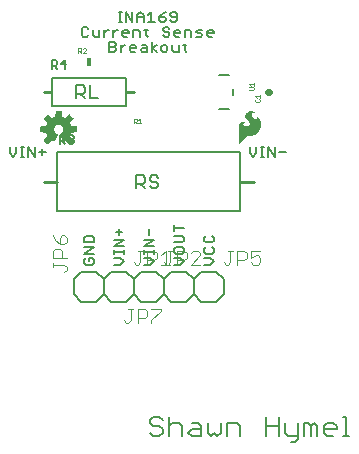
<source format=gbr>
G04 EAGLE Gerber RS-274X export*
G75*
%MOMM*%
%FSLAX34Y34*%
%LPD*%
%INSilkscreen Top*%
%IPPOS*%
%AMOC8*
5,1,8,0,0,1.08239X$1,22.5*%
G01*
%ADD10C,0.203200*%
%ADD11C,0.152400*%
%ADD12C,0.254000*%
%ADD13C,0.025400*%
%ADD14C,0.101600*%
%ADD15C,0.558800*%
%ADD16C,0.127000*%
%ADD17R,0.457200X0.762000*%

G36*
X60120Y133496D02*
X60120Y133496D01*
X60228Y133506D01*
X60241Y133512D01*
X60255Y133514D01*
X60352Y133562D01*
X60451Y133607D01*
X60464Y133618D01*
X60473Y133622D01*
X60488Y133638D01*
X60565Y133700D01*
X63150Y136285D01*
X63213Y136374D01*
X63279Y136459D01*
X63284Y136472D01*
X63292Y136484D01*
X63323Y136587D01*
X63359Y136690D01*
X63359Y136704D01*
X63363Y136717D01*
X63359Y136825D01*
X63360Y136934D01*
X63355Y136947D01*
X63355Y136961D01*
X63317Y137063D01*
X63282Y137165D01*
X63273Y137180D01*
X63269Y137189D01*
X63255Y137206D01*
X63201Y137288D01*
X60437Y140678D01*
X60994Y141760D01*
X61000Y141780D01*
X61042Y141875D01*
X61413Y143034D01*
X65764Y143477D01*
X65868Y143505D01*
X65974Y143530D01*
X65986Y143537D01*
X65999Y143540D01*
X66089Y143601D01*
X66182Y143658D01*
X66190Y143669D01*
X66202Y143677D01*
X66268Y143763D01*
X66337Y143847D01*
X66341Y143860D01*
X66350Y143871D01*
X66384Y143974D01*
X66423Y144075D01*
X66424Y144093D01*
X66428Y144102D01*
X66428Y144124D01*
X66437Y144222D01*
X66437Y147878D01*
X66420Y147985D01*
X66406Y148093D01*
X66400Y148105D01*
X66398Y148119D01*
X66346Y148215D01*
X66299Y148312D01*
X66289Y148322D01*
X66283Y148334D01*
X66203Y148408D01*
X66127Y148485D01*
X66115Y148491D01*
X66105Y148501D01*
X66006Y148546D01*
X65909Y148594D01*
X65891Y148598D01*
X65882Y148602D01*
X65861Y148604D01*
X65764Y148623D01*
X61413Y149066D01*
X61042Y150225D01*
X61033Y150242D01*
X61031Y150250D01*
X61027Y150257D01*
X60994Y150340D01*
X60437Y151422D01*
X63201Y154812D01*
X63255Y154906D01*
X63312Y154998D01*
X63315Y155011D01*
X63322Y155023D01*
X63343Y155130D01*
X63368Y155235D01*
X63366Y155249D01*
X63369Y155263D01*
X63354Y155370D01*
X63344Y155478D01*
X63338Y155491D01*
X63336Y155505D01*
X63288Y155602D01*
X63243Y155701D01*
X63232Y155714D01*
X63228Y155723D01*
X63212Y155738D01*
X63150Y155815D01*
X60565Y158400D01*
X60476Y158463D01*
X60391Y158529D01*
X60378Y158534D01*
X60366Y158542D01*
X60263Y158573D01*
X60160Y158609D01*
X60146Y158609D01*
X60133Y158613D01*
X60025Y158609D01*
X59916Y158610D01*
X59903Y158605D01*
X59889Y158605D01*
X59787Y158567D01*
X59685Y158532D01*
X59670Y158523D01*
X59661Y158519D01*
X59644Y158505D01*
X59562Y158451D01*
X56172Y155687D01*
X55090Y156244D01*
X55070Y156250D01*
X54975Y156292D01*
X53816Y156663D01*
X53373Y161014D01*
X53345Y161118D01*
X53320Y161224D01*
X53313Y161236D01*
X53310Y161249D01*
X53249Y161339D01*
X53192Y161432D01*
X53181Y161440D01*
X53173Y161452D01*
X53087Y161518D01*
X53003Y161587D01*
X52990Y161591D01*
X52979Y161600D01*
X52876Y161634D01*
X52775Y161673D01*
X52757Y161674D01*
X52748Y161678D01*
X52726Y161678D01*
X52628Y161687D01*
X48972Y161687D01*
X48865Y161670D01*
X48757Y161656D01*
X48745Y161650D01*
X48731Y161648D01*
X48635Y161596D01*
X48538Y161549D01*
X48528Y161539D01*
X48516Y161533D01*
X48442Y161453D01*
X48365Y161377D01*
X48359Y161365D01*
X48349Y161355D01*
X48304Y161256D01*
X48256Y161159D01*
X48252Y161141D01*
X48248Y161132D01*
X48246Y161111D01*
X48227Y161014D01*
X47784Y156663D01*
X46625Y156292D01*
X46607Y156282D01*
X46510Y156244D01*
X45428Y155687D01*
X42038Y158451D01*
X41944Y158505D01*
X41852Y158562D01*
X41839Y158565D01*
X41827Y158572D01*
X41720Y158593D01*
X41615Y158618D01*
X41601Y158616D01*
X41587Y158619D01*
X41480Y158604D01*
X41372Y158594D01*
X41359Y158588D01*
X41346Y158586D01*
X41248Y158538D01*
X41149Y158493D01*
X41136Y158482D01*
X41127Y158478D01*
X41112Y158462D01*
X41035Y158400D01*
X38450Y155815D01*
X38387Y155726D01*
X38321Y155641D01*
X38316Y155628D01*
X38308Y155616D01*
X38277Y155513D01*
X38241Y155410D01*
X38241Y155396D01*
X38237Y155383D01*
X38241Y155275D01*
X38240Y155166D01*
X38245Y155153D01*
X38245Y155139D01*
X38283Y155037D01*
X38318Y154935D01*
X38327Y154920D01*
X38331Y154911D01*
X38345Y154894D01*
X38399Y154812D01*
X41163Y151422D01*
X40606Y150340D01*
X40600Y150320D01*
X40558Y150225D01*
X40187Y149066D01*
X35836Y148623D01*
X35732Y148595D01*
X35626Y148570D01*
X35614Y148563D01*
X35601Y148560D01*
X35511Y148499D01*
X35418Y148442D01*
X35410Y148431D01*
X35398Y148423D01*
X35332Y148337D01*
X35264Y148253D01*
X35259Y148240D01*
X35250Y148229D01*
X35216Y148126D01*
X35177Y148025D01*
X35176Y148007D01*
X35172Y147998D01*
X35173Y147976D01*
X35163Y147878D01*
X35163Y144222D01*
X35180Y144115D01*
X35194Y144007D01*
X35200Y143995D01*
X35202Y143981D01*
X35254Y143885D01*
X35301Y143788D01*
X35311Y143778D01*
X35317Y143766D01*
X35397Y143692D01*
X35473Y143615D01*
X35485Y143609D01*
X35496Y143599D01*
X35594Y143554D01*
X35691Y143506D01*
X35709Y143502D01*
X35718Y143498D01*
X35739Y143496D01*
X35836Y143477D01*
X40187Y143034D01*
X40558Y141875D01*
X40568Y141857D01*
X40606Y141760D01*
X41163Y140678D01*
X38399Y137288D01*
X38345Y137194D01*
X38288Y137102D01*
X38285Y137089D01*
X38278Y137077D01*
X38257Y136970D01*
X38232Y136865D01*
X38234Y136851D01*
X38231Y136837D01*
X38246Y136730D01*
X38256Y136622D01*
X38262Y136609D01*
X38264Y136596D01*
X38312Y136498D01*
X38357Y136399D01*
X38368Y136386D01*
X38372Y136377D01*
X38388Y136362D01*
X38450Y136285D01*
X41035Y133700D01*
X41124Y133637D01*
X41209Y133571D01*
X41222Y133566D01*
X41234Y133558D01*
X41337Y133527D01*
X41440Y133491D01*
X41454Y133491D01*
X41467Y133487D01*
X41575Y133491D01*
X41684Y133490D01*
X41697Y133495D01*
X41711Y133495D01*
X41813Y133533D01*
X41915Y133568D01*
X41930Y133577D01*
X41939Y133581D01*
X41956Y133595D01*
X42038Y133649D01*
X45428Y136413D01*
X46510Y135856D01*
X46563Y135839D01*
X46612Y135813D01*
X46678Y135802D01*
X46742Y135781D01*
X46798Y135782D01*
X46852Y135773D01*
X46919Y135784D01*
X46986Y135785D01*
X47038Y135803D01*
X47093Y135812D01*
X47153Y135844D01*
X47216Y135867D01*
X47259Y135901D01*
X47309Y135927D01*
X47355Y135976D01*
X47407Y136018D01*
X47438Y136065D01*
X47476Y136105D01*
X47532Y136210D01*
X47540Y136223D01*
X47541Y136228D01*
X47545Y136235D01*
X49698Y141432D01*
X49718Y141516D01*
X49723Y141528D01*
X49725Y141544D01*
X49750Y141630D01*
X49749Y141650D01*
X49754Y141670D01*
X49746Y141752D01*
X49747Y141771D01*
X49743Y141791D01*
X49739Y141874D01*
X49732Y141893D01*
X49730Y141913D01*
X49698Y141982D01*
X49692Y142009D01*
X49677Y142033D01*
X49650Y142102D01*
X49637Y142117D01*
X49629Y142135D01*
X49584Y142184D01*
X49564Y142216D01*
X49532Y142242D01*
X49493Y142288D01*
X49472Y142303D01*
X49462Y142313D01*
X49441Y142325D01*
X49378Y142369D01*
X49375Y142371D01*
X49374Y142371D01*
X49372Y142373D01*
X48488Y142868D01*
X47809Y143495D01*
X47295Y144264D01*
X46975Y145132D01*
X46867Y146049D01*
X46980Y146984D01*
X47311Y147865D01*
X47843Y148642D01*
X48544Y149271D01*
X49374Y149714D01*
X50286Y149948D01*
X51228Y149958D01*
X52144Y149744D01*
X52984Y149319D01*
X53698Y148706D01*
X54247Y147941D01*
X54598Y147067D01*
X54731Y146135D01*
X54639Y145198D01*
X54327Y144310D01*
X53812Y143522D01*
X53125Y142878D01*
X52226Y142372D01*
X52186Y142339D01*
X52144Y142317D01*
X52113Y142284D01*
X52065Y142249D01*
X52052Y142232D01*
X52036Y142219D01*
X52001Y142165D01*
X51977Y142139D01*
X51964Y142108D01*
X51922Y142051D01*
X51916Y142031D01*
X51905Y142013D01*
X51887Y141940D01*
X51877Y141917D01*
X51874Y141893D01*
X51851Y141818D01*
X51852Y141797D01*
X51847Y141776D01*
X51854Y141692D01*
X51853Y141674D01*
X51856Y141658D01*
X51859Y141574D01*
X51867Y141548D01*
X51868Y141533D01*
X51878Y141511D01*
X51902Y141432D01*
X52210Y140687D01*
X52211Y140687D01*
X52521Y139938D01*
X52831Y139189D01*
X52831Y139188D01*
X53142Y138440D01*
X53142Y138439D01*
X53452Y137690D01*
X53762Y136941D01*
X53763Y136941D01*
X54055Y136235D01*
X54084Y136188D01*
X54105Y136136D01*
X54148Y136085D01*
X54184Y136028D01*
X54227Y135993D01*
X54263Y135950D01*
X54320Y135916D01*
X54372Y135873D01*
X54424Y135854D01*
X54472Y135825D01*
X54538Y135811D01*
X54601Y135787D01*
X54656Y135785D01*
X54710Y135774D01*
X54777Y135781D01*
X54844Y135779D01*
X54898Y135795D01*
X54953Y135802D01*
X55064Y135846D01*
X55078Y135850D01*
X55082Y135853D01*
X55090Y135856D01*
X56172Y136413D01*
X59562Y133649D01*
X59656Y133595D01*
X59748Y133538D01*
X59761Y133535D01*
X59773Y133528D01*
X59880Y133507D01*
X59985Y133482D01*
X59999Y133484D01*
X60013Y133481D01*
X60120Y133496D01*
G37*
G36*
X203210Y133251D02*
X203210Y133251D01*
X203214Y133249D01*
X203284Y133285D01*
X203294Y133290D01*
X203295Y133291D01*
X208167Y138773D01*
X209021Y139555D01*
X210011Y140144D01*
X210362Y140271D01*
X210730Y140336D01*
X213005Y140336D01*
X213010Y140338D01*
X213016Y140336D01*
X214380Y140460D01*
X214390Y140466D01*
X214402Y140464D01*
X215721Y140832D01*
X215729Y140840D01*
X215742Y140841D01*
X216972Y141441D01*
X216979Y141448D01*
X216990Y141451D01*
X218147Y142268D01*
X218152Y142276D01*
X218161Y142279D01*
X219192Y143251D01*
X219195Y143259D01*
X219201Y143261D01*
X219202Y143263D01*
X219204Y143264D01*
X220089Y144371D01*
X220091Y144381D01*
X220100Y144388D01*
X221047Y146069D01*
X221048Y146080D01*
X221056Y146090D01*
X221684Y147914D01*
X221683Y147925D01*
X221690Y147936D01*
X221978Y149843D01*
X221975Y149854D01*
X221980Y149866D01*
X221978Y149918D01*
X221970Y150170D01*
X221966Y150296D01*
X221966Y150297D01*
X221958Y150549D01*
X221950Y150802D01*
X221946Y150928D01*
X221938Y151180D01*
X221927Y151559D01*
X221919Y151794D01*
X221915Y151803D01*
X221917Y151815D01*
X221710Y152854D01*
X221705Y152862D01*
X221705Y152873D01*
X221347Y153870D01*
X221341Y153877D01*
X221340Y153888D01*
X220838Y154822D01*
X220829Y154829D01*
X220826Y154841D01*
X219919Y155978D01*
X219908Y155984D01*
X219901Y155997D01*
X218775Y156918D01*
X218732Y156930D01*
X218691Y156946D01*
X218686Y156944D01*
X218680Y156945D01*
X218642Y156924D01*
X218602Y156905D01*
X218599Y156899D01*
X218595Y156897D01*
X218587Y156868D01*
X218569Y156820D01*
X218569Y155940D01*
X218553Y155820D01*
X218509Y155717D01*
X218235Y155377D01*
X217874Y155129D01*
X217700Y155064D01*
X217162Y155006D01*
X216632Y155104D01*
X216144Y155353D01*
X215242Y156004D01*
X214830Y156358D01*
X214479Y156768D01*
X214196Y157226D01*
X213990Y157720D01*
X213931Y158020D01*
X213943Y158323D01*
X214100Y158842D01*
X214386Y159302D01*
X214781Y159672D01*
X215262Y159927D01*
X215752Y160066D01*
X216263Y160123D01*
X216866Y160123D01*
X216867Y160123D01*
X216889Y160132D01*
X216957Y160161D01*
X216992Y160253D01*
X216988Y160262D01*
X216954Y160338D01*
X216952Y160341D01*
X216951Y160342D01*
X216950Y160343D01*
X216929Y160363D01*
X216922Y160366D01*
X216918Y160374D01*
X216483Y160712D01*
X216468Y160716D01*
X216456Y160728D01*
X215952Y160949D01*
X215951Y160949D01*
X215595Y161101D01*
X215367Y161202D01*
X215357Y161203D01*
X215347Y161209D01*
X214469Y161429D01*
X214460Y161428D01*
X214450Y161432D01*
X213550Y161518D01*
X213540Y161514D01*
X213528Y161518D01*
X212660Y161452D01*
X212649Y161446D01*
X212636Y161447D01*
X211796Y161216D01*
X211786Y161208D01*
X211773Y161207D01*
X210993Y160819D01*
X210986Y160811D01*
X210975Y160808D01*
X210198Y160248D01*
X210194Y160241D01*
X210185Y160237D01*
X209489Y159579D01*
X209484Y159568D01*
X209473Y159560D01*
X209042Y158957D01*
X209039Y158942D01*
X209027Y158929D01*
X208760Y158237D01*
X208760Y158221D01*
X208752Y158206D01*
X208665Y157469D01*
X208670Y157454D01*
X208666Y157437D01*
X208765Y156702D01*
X208773Y156689D01*
X208773Y156672D01*
X209053Y155984D01*
X209062Y155975D01*
X209065Y155961D01*
X210252Y154203D01*
X210260Y154198D01*
X210264Y154187D01*
X211717Y152646D01*
X212087Y152211D01*
X212327Y151708D01*
X212429Y151160D01*
X212386Y150604D01*
X212200Y150079D01*
X211885Y149619D01*
X211460Y149254D01*
X210917Y148961D01*
X210331Y148763D01*
X209721Y148666D01*
X209010Y148701D01*
X208332Y148908D01*
X207726Y149273D01*
X207413Y149601D01*
X207207Y150005D01*
X207114Y150421D01*
X207114Y150849D01*
X207207Y151264D01*
X207279Y151402D01*
X207397Y151516D01*
X208221Y152115D01*
X208354Y152186D01*
X208492Y152214D01*
X208650Y152198D01*
X208693Y152212D01*
X208738Y152223D01*
X208740Y152227D01*
X208744Y152228D01*
X208764Y152269D01*
X208787Y152308D01*
X208786Y152312D01*
X208788Y152316D01*
X208773Y152359D01*
X208760Y152403D01*
X208757Y152405D01*
X208756Y152409D01*
X208718Y152428D01*
X208682Y152449D01*
X208199Y152525D01*
X208194Y152524D01*
X208189Y152526D01*
X207249Y152599D01*
X207240Y152596D01*
X207229Y152599D01*
X206289Y152526D01*
X206279Y152521D01*
X206267Y152522D01*
X205568Y152338D01*
X205558Y152330D01*
X205544Y152329D01*
X204896Y152008D01*
X204888Y151999D01*
X204874Y151995D01*
X204304Y151550D01*
X204298Y151539D01*
X204286Y151533D01*
X203816Y150983D01*
X203812Y150971D01*
X203801Y150962D01*
X203400Y150230D01*
X203399Y150217D01*
X203390Y150206D01*
X203150Y149407D01*
X203151Y149394D01*
X203145Y149381D01*
X203075Y148550D01*
X203077Y148544D01*
X203075Y148539D01*
X203075Y133375D01*
X203077Y133370D01*
X203075Y133366D01*
X203096Y133326D01*
X203113Y133284D01*
X203118Y133283D01*
X203120Y133278D01*
X203163Y133265D01*
X203205Y133249D01*
X203210Y133251D01*
G37*
D10*
X97529Y31496D02*
X102952Y31496D01*
X105664Y34208D01*
X102952Y36919D01*
X97529Y36919D01*
X105664Y40851D02*
X105664Y43563D01*
X105664Y42207D02*
X97529Y42207D01*
X97529Y40851D02*
X97529Y43563D01*
X97529Y47088D02*
X105664Y47088D01*
X105664Y52511D02*
X97529Y47088D01*
X97529Y52511D02*
X105664Y52511D01*
X101597Y56443D02*
X101597Y61866D01*
X104308Y59155D02*
X98885Y59155D01*
X148329Y31496D02*
X153752Y31496D01*
X156464Y34208D01*
X153752Y36919D01*
X148329Y36919D01*
X148329Y42207D02*
X148329Y44919D01*
X148329Y42207D02*
X149685Y40851D01*
X155108Y40851D01*
X156464Y42207D01*
X156464Y44919D01*
X155108Y46274D01*
X149685Y46274D01*
X148329Y44919D01*
X148329Y50206D02*
X155108Y50206D01*
X156464Y51562D01*
X156464Y54274D01*
X155108Y55630D01*
X148329Y55630D01*
X148329Y62273D02*
X156464Y62273D01*
X148329Y59562D02*
X148329Y64985D01*
X73485Y36919D02*
X72129Y35563D01*
X72129Y32852D01*
X73485Y31496D01*
X78908Y31496D01*
X80264Y32852D01*
X80264Y35563D01*
X78908Y36919D01*
X76197Y36919D01*
X76197Y34208D01*
X80264Y40851D02*
X72129Y40851D01*
X80264Y46274D01*
X72129Y46274D01*
X72129Y50206D02*
X80264Y50206D01*
X80264Y54274D01*
X78908Y55630D01*
X73485Y55630D01*
X72129Y54274D01*
X72129Y50206D01*
X173729Y31496D02*
X179152Y31496D01*
X181864Y34208D01*
X179152Y36919D01*
X173729Y36919D01*
X173729Y44919D02*
X175085Y46274D01*
X173729Y44919D02*
X173729Y42207D01*
X175085Y40851D01*
X180508Y40851D01*
X181864Y42207D01*
X181864Y44919D01*
X180508Y46274D01*
X173729Y54274D02*
X175085Y55630D01*
X173729Y54274D02*
X173729Y51562D01*
X175085Y50206D01*
X180508Y50206D01*
X181864Y51562D01*
X181864Y54274D01*
X180508Y55630D01*
X128352Y31496D02*
X122929Y31496D01*
X128352Y31496D02*
X131064Y34208D01*
X128352Y36919D01*
X122929Y36919D01*
X131064Y40851D02*
X131064Y43563D01*
X131064Y42207D02*
X122929Y42207D01*
X122929Y40851D02*
X122929Y43563D01*
X122929Y47088D02*
X131064Y47088D01*
X131064Y52511D02*
X122929Y47088D01*
X122929Y52511D02*
X131064Y52511D01*
X126997Y56443D02*
X126997Y61866D01*
X212465Y125648D02*
X212465Y131071D01*
X212465Y125648D02*
X215176Y122936D01*
X217888Y125648D01*
X217888Y131071D01*
X221820Y122936D02*
X224532Y122936D01*
X223176Y122936D02*
X223176Y131071D01*
X221820Y131071D02*
X224532Y131071D01*
X228057Y131071D02*
X228057Y122936D01*
X233480Y122936D02*
X228057Y131071D01*
X233480Y131071D02*
X233480Y122936D01*
X237412Y127003D02*
X242835Y127003D01*
X9265Y125648D02*
X9265Y131071D01*
X9265Y125648D02*
X11976Y122936D01*
X14688Y125648D01*
X14688Y131071D01*
X18620Y122936D02*
X21332Y122936D01*
X19976Y122936D02*
X19976Y131071D01*
X18620Y131071D02*
X21332Y131071D01*
X24857Y131071D02*
X24857Y122936D01*
X30280Y122936D02*
X24857Y131071D01*
X30280Y131071D02*
X30280Y122936D01*
X34212Y127003D02*
X39635Y127003D01*
X36924Y124292D02*
X36924Y129715D01*
X101510Y237236D02*
X104221Y237236D01*
X102865Y237236D02*
X102865Y245371D01*
X101510Y245371D02*
X104221Y245371D01*
X107746Y245371D02*
X107746Y237236D01*
X113170Y237236D02*
X107746Y245371D01*
X113170Y245371D02*
X113170Y237236D01*
X117102Y237236D02*
X117102Y242659D01*
X119813Y245371D01*
X122525Y242659D01*
X122525Y237236D01*
X122525Y241303D02*
X117102Y241303D01*
X126457Y242659D02*
X129168Y245371D01*
X129168Y237236D01*
X126457Y237236D02*
X131880Y237236D01*
X138524Y244015D02*
X141235Y245371D01*
X138524Y244015D02*
X135812Y241303D01*
X135812Y238592D01*
X137168Y237236D01*
X139879Y237236D01*
X141235Y238592D01*
X141235Y239948D01*
X139879Y241303D01*
X135812Y241303D01*
X145167Y238592D02*
X146523Y237236D01*
X149235Y237236D01*
X150590Y238592D01*
X150590Y244015D01*
X149235Y245371D01*
X146523Y245371D01*
X145167Y244015D01*
X145167Y242659D01*
X146523Y241303D01*
X150590Y241303D01*
X93714Y219971D02*
X93714Y211836D01*
X93714Y219971D02*
X97781Y219971D01*
X99137Y218615D01*
X99137Y217259D01*
X97781Y215903D01*
X99137Y214548D01*
X99137Y213192D01*
X97781Y211836D01*
X93714Y211836D01*
X93714Y215903D02*
X97781Y215903D01*
X103069Y217259D02*
X103069Y211836D01*
X103069Y214548D02*
X105780Y217259D01*
X107136Y217259D01*
X112221Y211836D02*
X114932Y211836D01*
X112221Y211836D02*
X110865Y213192D01*
X110865Y215903D01*
X112221Y217259D01*
X114932Y217259D01*
X116288Y215903D01*
X116288Y214548D01*
X110865Y214548D01*
X121576Y217259D02*
X124287Y217259D01*
X125643Y215903D01*
X125643Y211836D01*
X121576Y211836D01*
X120220Y213192D01*
X121576Y214548D01*
X125643Y214548D01*
X129575Y211836D02*
X129575Y219971D01*
X129575Y214548D02*
X133643Y211836D01*
X129575Y214548D02*
X133643Y217259D01*
X138727Y211836D02*
X141439Y211836D01*
X142794Y213192D01*
X142794Y215903D01*
X141439Y217259D01*
X138727Y217259D01*
X137371Y215903D01*
X137371Y213192D01*
X138727Y211836D01*
X146726Y213192D02*
X146726Y217259D01*
X146726Y213192D02*
X148082Y211836D01*
X152150Y211836D01*
X152150Y217259D01*
X157437Y218615D02*
X157437Y213192D01*
X158793Y211836D01*
X158793Y217259D02*
X156082Y217259D01*
D11*
X135897Y-97268D02*
X138609Y-99980D01*
X135897Y-97268D02*
X130474Y-97268D01*
X127762Y-99980D01*
X127762Y-102691D01*
X130474Y-105403D01*
X135897Y-105403D01*
X138609Y-108115D01*
X138609Y-110826D01*
X135897Y-113538D01*
X130474Y-113538D01*
X127762Y-110826D01*
X144134Y-113538D02*
X144134Y-97268D01*
X146845Y-102691D02*
X144134Y-105403D01*
X146845Y-102691D02*
X152269Y-102691D01*
X154980Y-105403D01*
X154980Y-113538D01*
X163217Y-102691D02*
X168640Y-102691D01*
X171352Y-105403D01*
X171352Y-113538D01*
X163217Y-113538D01*
X160505Y-110826D01*
X163217Y-108115D01*
X171352Y-108115D01*
X176877Y-110826D02*
X176877Y-102691D01*
X176877Y-110826D02*
X179588Y-113538D01*
X182300Y-110826D01*
X185012Y-113538D01*
X187723Y-110826D01*
X187723Y-102691D01*
X193248Y-102691D02*
X193248Y-113538D01*
X193248Y-102691D02*
X201383Y-102691D01*
X204095Y-105403D01*
X204095Y-113538D01*
X225991Y-113538D02*
X225991Y-97268D01*
X225991Y-105403D02*
X236838Y-105403D01*
X236838Y-97268D02*
X236838Y-113538D01*
X242363Y-110826D02*
X242363Y-102691D01*
X242363Y-110826D02*
X245075Y-113538D01*
X253210Y-113538D01*
X253210Y-116250D02*
X253210Y-102691D01*
X253210Y-116250D02*
X250498Y-118961D01*
X247786Y-118961D01*
X258735Y-113538D02*
X258735Y-102691D01*
X261446Y-102691D01*
X264158Y-105403D01*
X264158Y-113538D01*
X264158Y-105403D02*
X266869Y-102691D01*
X269581Y-105403D01*
X269581Y-113538D01*
X277818Y-113538D02*
X283241Y-113538D01*
X277818Y-113538D02*
X275106Y-110826D01*
X275106Y-105403D01*
X277818Y-102691D01*
X283241Y-102691D01*
X285953Y-105403D01*
X285953Y-108115D01*
X275106Y-108115D01*
X291478Y-97268D02*
X294189Y-97268D01*
X294189Y-113538D01*
X291478Y-113538D02*
X296901Y-113538D01*
D10*
X75749Y231315D02*
X74393Y232671D01*
X71681Y232671D01*
X70326Y231315D01*
X70326Y225892D01*
X71681Y224536D01*
X74393Y224536D01*
X75749Y225892D01*
X79681Y225892D02*
X79681Y229959D01*
X79681Y225892D02*
X81037Y224536D01*
X85104Y224536D01*
X85104Y229959D01*
X89036Y229959D02*
X89036Y224536D01*
X89036Y227248D02*
X91748Y229959D01*
X93104Y229959D01*
X96832Y229959D02*
X96832Y224536D01*
X96832Y227248D02*
X99544Y229959D01*
X100899Y229959D01*
X105984Y224536D02*
X108695Y224536D01*
X105984Y224536D02*
X104628Y225892D01*
X104628Y228603D01*
X105984Y229959D01*
X108695Y229959D01*
X110051Y228603D01*
X110051Y227248D01*
X104628Y227248D01*
X113983Y229959D02*
X113983Y224536D01*
X113983Y229959D02*
X118051Y229959D01*
X119406Y228603D01*
X119406Y224536D01*
X124694Y225892D02*
X124694Y231315D01*
X124694Y225892D02*
X126050Y224536D01*
X126050Y229959D02*
X123338Y229959D01*
X142998Y232671D02*
X144354Y231315D01*
X142998Y232671D02*
X140286Y232671D01*
X138930Y231315D01*
X138930Y229959D01*
X140286Y228603D01*
X142998Y228603D01*
X144354Y227248D01*
X144354Y225892D01*
X142998Y224536D01*
X140286Y224536D01*
X138930Y225892D01*
X149641Y224536D02*
X152353Y224536D01*
X149641Y224536D02*
X148286Y225892D01*
X148286Y228603D01*
X149641Y229959D01*
X152353Y229959D01*
X153709Y228603D01*
X153709Y227248D01*
X148286Y227248D01*
X157641Y229959D02*
X157641Y224536D01*
X157641Y229959D02*
X161708Y229959D01*
X163064Y228603D01*
X163064Y224536D01*
X166996Y224536D02*
X171063Y224536D01*
X172419Y225892D01*
X171063Y227248D01*
X168352Y227248D01*
X166996Y228603D01*
X168352Y229959D01*
X172419Y229959D01*
X177707Y224536D02*
X180419Y224536D01*
X177707Y224536D02*
X176351Y225892D01*
X176351Y228603D01*
X177707Y229959D01*
X180419Y229959D01*
X181774Y228603D01*
X181774Y227248D01*
X176351Y227248D01*
X116322Y106943D02*
X116322Y96266D01*
X116322Y106943D02*
X121661Y106943D01*
X123440Y105164D01*
X123440Y101605D01*
X121661Y99825D01*
X116322Y99825D01*
X119881Y99825D02*
X123440Y96266D01*
X133355Y106943D02*
X135134Y105164D01*
X133355Y106943D02*
X129796Y106943D01*
X128016Y105164D01*
X128016Y103384D01*
X129796Y101605D01*
X133355Y101605D01*
X135134Y99825D01*
X135134Y98046D01*
X133355Y96266D01*
X129796Y96266D01*
X128016Y98046D01*
X65522Y172466D02*
X65522Y183143D01*
X70861Y183143D01*
X72640Y181364D01*
X72640Y177805D01*
X70861Y176025D01*
X65522Y176025D01*
X69081Y176025D02*
X72640Y172466D01*
X77216Y172466D02*
X77216Y183143D01*
X77216Y172466D02*
X84334Y172466D01*
D12*
X49022Y101600D02*
X38100Y101600D01*
X204978Y101600D02*
X215900Y101600D01*
X44196Y177800D02*
X38100Y177800D01*
X108204Y177800D02*
X114300Y177800D01*
D10*
X186206Y163576D02*
X194794Y163576D01*
X194794Y192024D02*
X186206Y192024D01*
X198604Y180484D02*
X198604Y175116D01*
D13*
X212214Y179333D02*
X215391Y179333D01*
X216027Y179968D01*
X216027Y181239D01*
X215391Y181875D01*
X212214Y181875D01*
X213485Y183075D02*
X212214Y184346D01*
X216027Y184346D01*
X216027Y183075D02*
X216027Y185617D01*
D10*
X107950Y25400D02*
X114300Y19050D01*
X107950Y25400D02*
X95250Y25400D01*
X88900Y19050D01*
X88900Y6350D01*
X95250Y0D01*
X107950Y0D01*
X114300Y6350D01*
X114300Y19050D01*
D14*
X115995Y31496D02*
X114046Y33445D01*
X115995Y31496D02*
X117944Y31496D01*
X119893Y33445D01*
X119893Y43190D01*
X117944Y43190D02*
X121842Y43190D01*
X125740Y43190D02*
X125740Y31496D01*
X125740Y43190D02*
X131587Y43190D01*
X133536Y41241D01*
X133536Y37343D01*
X131587Y35394D01*
X125740Y35394D01*
X137434Y39292D02*
X141332Y43190D01*
X141332Y31496D01*
X137434Y31496D02*
X145230Y31496D01*
D10*
X133350Y25400D02*
X139700Y19050D01*
X133350Y25400D02*
X120650Y25400D01*
X114300Y19050D01*
X114300Y6350D01*
X120650Y0D01*
X133350Y0D01*
X139700Y6350D01*
X139700Y19050D01*
D14*
X141395Y31496D02*
X139446Y33445D01*
X141395Y31496D02*
X143344Y31496D01*
X145293Y33445D01*
X145293Y43190D01*
X143344Y43190D02*
X147242Y43190D01*
X151140Y43190D02*
X151140Y31496D01*
X151140Y43190D02*
X156987Y43190D01*
X158936Y41241D01*
X158936Y37343D01*
X156987Y35394D01*
X151140Y35394D01*
X162834Y31496D02*
X170630Y31496D01*
X162834Y31496D02*
X170630Y39292D01*
X170630Y41241D01*
X168681Y43190D01*
X164783Y43190D01*
X162834Y41241D01*
D10*
X184150Y25400D02*
X190500Y19050D01*
X184150Y25400D02*
X171450Y25400D01*
X165100Y19050D01*
X165100Y6350D01*
X171450Y0D01*
X184150Y0D01*
X190500Y6350D01*
X190500Y19050D01*
D14*
X192195Y31496D02*
X190246Y33445D01*
X192195Y31496D02*
X194144Y31496D01*
X196093Y33445D01*
X196093Y43190D01*
X194144Y43190D02*
X198042Y43190D01*
X201940Y43190D02*
X201940Y31496D01*
X201940Y43190D02*
X207787Y43190D01*
X209736Y41241D01*
X209736Y37343D01*
X207787Y35394D01*
X201940Y35394D01*
X213634Y43190D02*
X221430Y43190D01*
X213634Y43190D02*
X213634Y37343D01*
X217532Y39292D01*
X219481Y39292D01*
X221430Y37343D01*
X221430Y33445D01*
X219481Y31496D01*
X215583Y31496D01*
X213634Y33445D01*
D10*
X69850Y25400D02*
X63500Y19050D01*
X63500Y6350D01*
X69850Y0D01*
X82550Y0D01*
X88900Y6350D01*
X88900Y19050D01*
X82550Y25400D01*
X69850Y25400D01*
D14*
X57404Y27095D02*
X55455Y25146D01*
X57404Y27095D02*
X57404Y29044D01*
X55455Y30993D01*
X45710Y30993D01*
X45710Y29044D02*
X45710Y32942D01*
X45710Y36840D02*
X57404Y36840D01*
X45710Y36840D02*
X45710Y42687D01*
X47659Y44636D01*
X51557Y44636D01*
X53506Y42687D01*
X53506Y36840D01*
X47659Y52432D02*
X45710Y56330D01*
X47659Y52432D02*
X51557Y48534D01*
X55455Y48534D01*
X57404Y50483D01*
X57404Y54381D01*
X55455Y56330D01*
X53506Y56330D01*
X51557Y54381D01*
X51557Y48534D01*
D10*
X139700Y6350D02*
X146050Y0D01*
X158750Y0D01*
X165100Y6350D01*
X165100Y19050D01*
X158750Y25400D01*
X146050Y25400D01*
X139700Y19050D01*
X139700Y6350D01*
D14*
X107837Y-17780D02*
X105888Y-15831D01*
X107837Y-17780D02*
X109786Y-17780D01*
X111735Y-15831D01*
X111735Y-6086D01*
X109786Y-6086D02*
X113684Y-6086D01*
X117582Y-6086D02*
X117582Y-17780D01*
X117582Y-6086D02*
X123429Y-6086D01*
X125378Y-8035D01*
X125378Y-11933D01*
X123429Y-13882D01*
X117582Y-13882D01*
X129276Y-6086D02*
X137072Y-6086D01*
X137072Y-8035D01*
X129276Y-15831D01*
X129276Y-17780D01*
D15*
X228295Y177800D02*
X228905Y177800D01*
D13*
X217675Y171579D02*
X217040Y170944D01*
X217040Y169673D01*
X217675Y169037D01*
X220217Y169037D01*
X220853Y169673D01*
X220853Y170944D01*
X220217Y171579D01*
X218311Y172779D02*
X217040Y174050D01*
X220853Y174050D01*
X220853Y172779D02*
X220853Y175321D01*
D10*
X49500Y126600D02*
X49500Y76600D01*
X49500Y126600D02*
X204500Y126600D01*
X204500Y76600D01*
X49500Y76600D01*
D16*
X51435Y133985D02*
X51435Y140849D01*
X54867Y140849D01*
X56011Y139705D01*
X56011Y137417D01*
X54867Y136273D01*
X51435Y136273D01*
X53723Y136273D02*
X56011Y133985D01*
X58919Y139705D02*
X60063Y140849D01*
X62351Y140849D01*
X63495Y139705D01*
X63495Y138561D01*
X62351Y137417D01*
X61207Y137417D01*
X62351Y137417D02*
X63495Y136273D01*
X63495Y135129D01*
X62351Y133985D01*
X60063Y133985D01*
X58919Y135129D01*
D10*
X44700Y165800D02*
X44700Y189800D01*
X107700Y189800D01*
X107700Y165800D01*
X44700Y165800D01*
D16*
X45085Y197485D02*
X45085Y204349D01*
X48517Y204349D01*
X49661Y203205D01*
X49661Y200917D01*
X48517Y199773D01*
X45085Y199773D01*
X47373Y199773D02*
X49661Y197485D01*
X56001Y197485D02*
X56001Y204349D01*
X52569Y200917D01*
X57145Y200917D01*
D17*
X76200Y203200D03*
D13*
X67437Y210947D02*
X67437Y214760D01*
X69344Y214760D01*
X69979Y214125D01*
X69979Y212854D01*
X69344Y212218D01*
X67437Y212218D01*
X68708Y212218D02*
X69979Y210947D01*
X71179Y210947D02*
X73721Y210947D01*
X71179Y210947D02*
X73721Y213489D01*
X73721Y214125D01*
X73086Y214760D01*
X71815Y214760D01*
X71179Y214125D01*
X114427Y155070D02*
X114427Y151257D01*
X114427Y155070D02*
X116334Y155070D01*
X116969Y154435D01*
X116969Y153164D01*
X116334Y152528D01*
X114427Y152528D01*
X115698Y152528D02*
X116969Y151257D01*
X118169Y153799D02*
X119440Y155070D01*
X119440Y151257D01*
X118169Y151257D02*
X120711Y151257D01*
M02*

</source>
